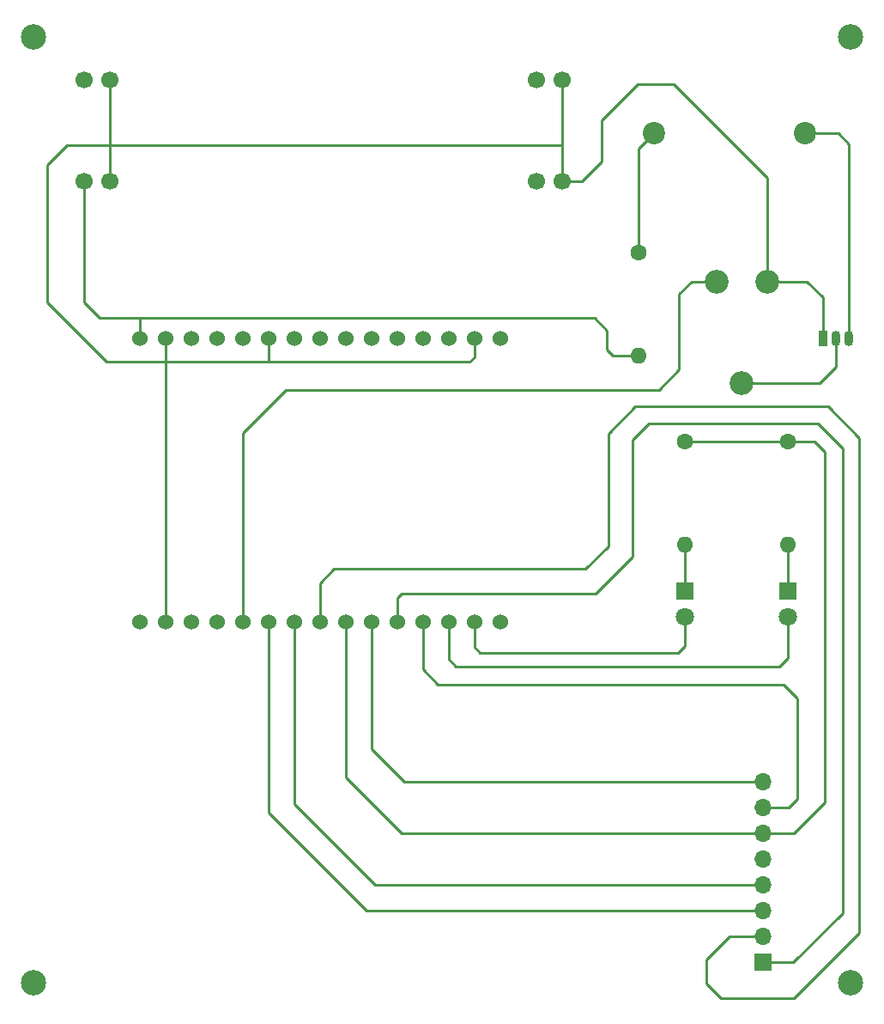
<source format=gbr>
G04 #@! TF.FileFunction,Copper,L2,Bot,Signal*
%FSLAX46Y46*%
G04 Gerber Fmt 4.6, Leading zero omitted, Abs format (unit mm)*
G04 Created by KiCad (PCBNEW 4.0.7-e2-6376~58~ubuntu16.04.1) date Thu May 17 09:56:29 2018*
%MOMM*%
%LPD*%
G01*
G04 APERTURE LIST*
%ADD10C,0.100000*%
%ADD11C,2.200000*%
%ADD12R,1.800000X1.800000*%
%ADD13C,1.800000*%
%ADD14C,1.600000*%
%ADD15O,1.600000X1.600000*%
%ADD16C,1.524000*%
%ADD17C,2.340000*%
%ADD18C,2.500000*%
%ADD19O,0.900000X1.500000*%
%ADD20R,0.900000X1.500000*%
%ADD21R,1.700000X1.700000*%
%ADD22O,1.700000X1.700000*%
%ADD23C,1.700000*%
%ADD24C,0.250000*%
G04 APERTURE END LIST*
D10*
D11*
X175811000Y-70866000D03*
X190711000Y-70866000D03*
D12*
X178892200Y-115976400D03*
D13*
X178892200Y-118516400D03*
D12*
X189052200Y-115976400D03*
D13*
X189052200Y-118516400D03*
D14*
X178866800Y-101193600D03*
D15*
X178866800Y-111353600D03*
D14*
X189026800Y-101193600D03*
D15*
X189026800Y-111353600D03*
D16*
X160655000Y-91059000D03*
X158115000Y-91059000D03*
X155575000Y-91059000D03*
X153035000Y-91059000D03*
X150495000Y-91059000D03*
X147955000Y-91059000D03*
X145415000Y-91059000D03*
X142875000Y-91059000D03*
X140335000Y-91059000D03*
X137795000Y-91059000D03*
X135255000Y-91059000D03*
X132715000Y-91059000D03*
X130175000Y-91059000D03*
X127635000Y-91059000D03*
X125095000Y-91059000D03*
X125095000Y-118999000D03*
X127635000Y-118999000D03*
X130175000Y-118999000D03*
X132715000Y-118999000D03*
X135255000Y-118999000D03*
X137795000Y-118999000D03*
X140335000Y-118999000D03*
X142875000Y-118999000D03*
X145415000Y-118999000D03*
X147955000Y-118999000D03*
X150495000Y-118999000D03*
X153035000Y-118999000D03*
X155575000Y-118999000D03*
X158115000Y-118999000D03*
X160655000Y-118999000D03*
D17*
X187016400Y-85471000D03*
X184516400Y-95471000D03*
X182016400Y-85471000D03*
D18*
X114655600Y-61315600D03*
X114655600Y-154584400D03*
X195224400Y-154584400D03*
X195224400Y-61315600D03*
D14*
X174345600Y-82600800D03*
D15*
X174345600Y-92760800D03*
D19*
X193802000Y-91059000D03*
X195072000Y-91059000D03*
D20*
X192532000Y-91059000D03*
D21*
X186613800Y-152552400D03*
D22*
X186613800Y-150012400D03*
X186613800Y-147472400D03*
X186613800Y-144932400D03*
X186613800Y-142392400D03*
X186613800Y-139852400D03*
X186613800Y-137312400D03*
X186613800Y-134772400D03*
D23*
X164236400Y-75582000D03*
X164236400Y-65549000D03*
X166776400Y-65549000D03*
X119634000Y-75582000D03*
X122174000Y-75582000D03*
X166776400Y-75582000D03*
X122174000Y-65549000D03*
X119634000Y-65549000D03*
D24*
X174345600Y-82600800D02*
X174345600Y-72331400D01*
X174345600Y-72331400D02*
X175811000Y-70866000D01*
X166700200Y-71983600D02*
X166776400Y-71907400D01*
X122174000Y-71983600D02*
X166700200Y-71983600D01*
X166776400Y-71907400D02*
X166776400Y-75582000D01*
X127711200Y-93395800D02*
X121843800Y-93395800D01*
X115976400Y-87528400D02*
X115976400Y-73964800D01*
X121843800Y-93395800D02*
X115976400Y-87528400D01*
X137795000Y-93395800D02*
X127711200Y-93395800D01*
X127711200Y-93395800D02*
X127635000Y-93472000D01*
X127635000Y-118999000D02*
X127635000Y-93472000D01*
X127635000Y-93472000D02*
X127635000Y-93319600D01*
X127635000Y-91059000D02*
X127635000Y-92405200D01*
X127635000Y-92405200D02*
X127635000Y-93319600D01*
X137795000Y-91059000D02*
X137795000Y-93395800D01*
X137795000Y-93395800D02*
X137820400Y-93395800D01*
X137820400Y-93395800D02*
X157632400Y-93395800D01*
X158115000Y-92913200D02*
X158115000Y-91059000D01*
X157632400Y-93395800D02*
X158115000Y-92913200D01*
X145415000Y-118999000D02*
X145415000Y-134315200D01*
X117957600Y-71983600D02*
X122174000Y-71983600D01*
X115976400Y-73964800D02*
X117957600Y-71983600D01*
X122174000Y-75582000D02*
X122174000Y-71983600D01*
X122174000Y-71983600D02*
X122174000Y-65549000D01*
X166776400Y-65549000D02*
X166776400Y-71907400D01*
X187016400Y-85471000D02*
X187016400Y-75256400D01*
X168766000Y-75582000D02*
X166776400Y-75582000D01*
X170688000Y-73660000D02*
X168766000Y-75582000D01*
X170688000Y-69596000D02*
X170688000Y-73660000D01*
X174244000Y-66040000D02*
X170688000Y-69596000D01*
X177800000Y-66040000D02*
X174244000Y-66040000D01*
X187016400Y-75256400D02*
X177800000Y-66040000D01*
X187016400Y-85471000D02*
X190957200Y-85471000D01*
X190957200Y-85471000D02*
X192532000Y-87045800D01*
X192532000Y-87045800D02*
X192532000Y-91059000D01*
X189026800Y-101193600D02*
X178866800Y-101193600D01*
X186613800Y-139852400D02*
X189636400Y-139852400D01*
X191668400Y-101193600D02*
X189026800Y-101193600D01*
X192684400Y-102209600D02*
X191668400Y-101193600D01*
X192684400Y-136804400D02*
X192684400Y-102209600D01*
X189636400Y-139852400D02*
X192684400Y-136804400D01*
X150952200Y-139852400D02*
X186613800Y-139852400D01*
X145415000Y-134315200D02*
X150952200Y-139852400D01*
X178866800Y-111353600D02*
X178866800Y-115951000D01*
X178866800Y-115951000D02*
X178892200Y-115976400D01*
X158115000Y-118999000D02*
X158115000Y-121488200D01*
X158699200Y-122072400D02*
X178231800Y-122072400D01*
X158115000Y-121488200D02*
X158699200Y-122072400D01*
X178892200Y-121412000D02*
X178892200Y-118516400D01*
X178231800Y-122072400D02*
X178892200Y-121412000D01*
X189026800Y-111353600D02*
X189026800Y-115951000D01*
X189026800Y-115951000D02*
X189052200Y-115976400D01*
X155575000Y-118999000D02*
X155575000Y-122682000D01*
X156286200Y-123393200D02*
X188214000Y-123393200D01*
X155575000Y-122682000D02*
X156286200Y-123393200D01*
X189052200Y-122555000D02*
X189052200Y-118516400D01*
X188214000Y-123393200D02*
X189052200Y-122555000D01*
X142875000Y-115214400D02*
X142875000Y-118999000D01*
X144297400Y-113792000D02*
X142875000Y-115214400D01*
X169113200Y-113792000D02*
X144297400Y-113792000D01*
X171323000Y-111582200D02*
X169113200Y-113792000D01*
X171323000Y-100457000D02*
X171323000Y-111582200D01*
X173990000Y-97790000D02*
X171323000Y-100457000D01*
X186613800Y-150012400D02*
X183286400Y-150012400D01*
X193014600Y-97790000D02*
X173990000Y-97790000D01*
X196113400Y-100888800D02*
X193014600Y-97790000D01*
X196113400Y-149631400D02*
X196113400Y-100888800D01*
X189636400Y-156108400D02*
X196113400Y-149631400D01*
X182422800Y-156108400D02*
X189636400Y-156108400D01*
X181000400Y-154686000D02*
X182422800Y-156108400D01*
X181000400Y-152298400D02*
X181000400Y-154686000D01*
X183286400Y-150012400D02*
X181000400Y-152298400D01*
X137795000Y-118999000D02*
X137795000Y-137795000D01*
X147472400Y-147472400D02*
X186613800Y-147472400D01*
X137795000Y-137795000D02*
X147472400Y-147472400D01*
X140335000Y-118999000D02*
X140335000Y-136956800D01*
X148310600Y-144932400D02*
X186613800Y-144932400D01*
X140335000Y-136956800D02*
X148310600Y-144932400D01*
X153035000Y-118999000D02*
X153035000Y-123698000D01*
X154508200Y-125171200D02*
X188645800Y-125171200D01*
X153035000Y-123698000D02*
X154508200Y-125171200D01*
X189153800Y-137312400D02*
X186613800Y-137312400D01*
X189992000Y-136474200D02*
X189153800Y-137312400D01*
X189992000Y-126517400D02*
X189992000Y-136474200D01*
X188645800Y-125171200D02*
X189992000Y-126517400D01*
X147955000Y-118999000D02*
X147955000Y-131521200D01*
X151206200Y-134772400D02*
X186613800Y-134772400D01*
X147955000Y-131521200D02*
X151206200Y-134772400D01*
X135255000Y-118999000D02*
X135255000Y-100355400D01*
X139496800Y-96113600D02*
X176377600Y-96113600D01*
X135255000Y-100355400D02*
X139496800Y-96113600D01*
X179552600Y-85471000D02*
X182016400Y-85471000D01*
X178333400Y-86690200D02*
X179552600Y-85471000D01*
X178333400Y-94157800D02*
X178333400Y-86690200D01*
X176377600Y-96113600D02*
X178333400Y-94157800D01*
X184516400Y-95471000D02*
X192209400Y-95471000D01*
X193802000Y-93878400D02*
X193802000Y-91059000D01*
X192209400Y-95471000D02*
X193802000Y-93878400D01*
X119634000Y-84836000D02*
X119634000Y-75582000D01*
X125095000Y-91059000D02*
X125095000Y-89128600D01*
X125095000Y-89128600D02*
X125018800Y-89052400D01*
X119634000Y-84582000D02*
X119634000Y-84836000D01*
X119634000Y-84836000D02*
X119634000Y-87553800D01*
X171196000Y-92176600D02*
X171780200Y-92760800D01*
X171196000Y-90271600D02*
X171196000Y-92176600D01*
X169976800Y-89052400D02*
X171196000Y-90271600D01*
X121132600Y-89052400D02*
X125018800Y-89052400D01*
X125018800Y-89052400D02*
X169976800Y-89052400D01*
X119634000Y-87553800D02*
X121132600Y-89052400D01*
X171780200Y-92760800D02*
X174345600Y-92760800D01*
X190711000Y-70866000D02*
X194030600Y-70866000D01*
X195072000Y-71907400D02*
X195072000Y-91059000D01*
X194030600Y-70866000D02*
X195072000Y-71907400D01*
X150495000Y-118999000D02*
X150495000Y-116662200D01*
X170053000Y-116205000D02*
X173710600Y-112547400D01*
X150952200Y-116205000D02*
X170053000Y-116205000D01*
X150495000Y-116662200D02*
X150952200Y-116205000D01*
X189560200Y-152552400D02*
X186613800Y-152552400D01*
X194437000Y-147675600D02*
X189560200Y-152552400D01*
X194437000Y-101879400D02*
X194437000Y-147675600D01*
X192049400Y-99491800D02*
X194437000Y-101879400D01*
X175310800Y-99491800D02*
X192049400Y-99491800D01*
X173710600Y-101092000D02*
X175310800Y-99491800D01*
X173710600Y-112547400D02*
X173710600Y-101092000D01*
M02*

</source>
